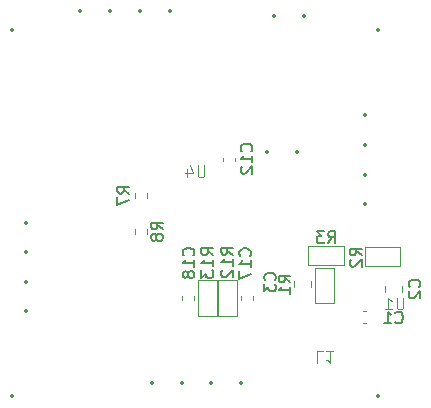
<source format=gbo>
%TF.GenerationSoftware,KiCad,Pcbnew,9.0.2-9.0.2-0~ubuntu22.04.1*%
%TF.CreationDate,2025-05-11T10:39:50+03:00*%
%TF.ProjectId,steper-motor-unit,73746570-6572-42d6-9d6f-746f722d756e,rev?*%
%TF.SameCoordinates,Original*%
%TF.FileFunction,Legend,Bot*%
%TF.FilePolarity,Positive*%
%FSLAX46Y46*%
G04 Gerber Fmt 4.6, Leading zero omitted, Abs format (unit mm)*
G04 Created by KiCad (PCBNEW 9.0.2-9.0.2-0~ubuntu22.04.1) date 2025-05-11 10:39:50*
%MOMM*%
%LPD*%
G01*
G04 APERTURE LIST*
%ADD10C,0.100000*%
%ADD11C,0.150000*%
%ADD12C,0.120000*%
%ADD13C,0.350000*%
G04 APERTURE END LIST*
D10*
X37611904Y12852580D02*
X37611904Y12043057D01*
X37611904Y12043057D02*
X37564285Y11947819D01*
X37564285Y11947819D02*
X37516666Y11900200D01*
X37516666Y11900200D02*
X37421428Y11852580D01*
X37421428Y11852580D02*
X37230952Y11852580D01*
X37230952Y11852580D02*
X37135714Y11900200D01*
X37135714Y11900200D02*
X37088095Y11947819D01*
X37088095Y11947819D02*
X37040476Y12043057D01*
X37040476Y12043057D02*
X37040476Y12852580D01*
X36040476Y11852580D02*
X36611904Y11852580D01*
X36326190Y11852580D02*
X36326190Y12852580D01*
X36326190Y12852580D02*
X36421428Y12709723D01*
X36421428Y12709723D02*
X36516666Y12614485D01*
X36516666Y12614485D02*
X36611904Y12566866D01*
D11*
X26709580Y14326666D02*
X26757200Y14374285D01*
X26757200Y14374285D02*
X26804819Y14517142D01*
X26804819Y14517142D02*
X26804819Y14612380D01*
X26804819Y14612380D02*
X26757200Y14755237D01*
X26757200Y14755237D02*
X26661961Y14850475D01*
X26661961Y14850475D02*
X26566723Y14898094D01*
X26566723Y14898094D02*
X26376247Y14945713D01*
X26376247Y14945713D02*
X26233390Y14945713D01*
X26233390Y14945713D02*
X26042914Y14898094D01*
X26042914Y14898094D02*
X25947676Y14850475D01*
X25947676Y14850475D02*
X25852438Y14755237D01*
X25852438Y14755237D02*
X25804819Y14612380D01*
X25804819Y14612380D02*
X25804819Y14517142D01*
X25804819Y14517142D02*
X25852438Y14374285D01*
X25852438Y14374285D02*
X25900057Y14326666D01*
X25804819Y13993332D02*
X25804819Y13374285D01*
X25804819Y13374285D02*
X26185771Y13707618D01*
X26185771Y13707618D02*
X26185771Y13564761D01*
X26185771Y13564761D02*
X26233390Y13469523D01*
X26233390Y13469523D02*
X26281009Y13421904D01*
X26281009Y13421904D02*
X26376247Y13374285D01*
X26376247Y13374285D02*
X26614342Y13374285D01*
X26614342Y13374285D02*
X26709580Y13421904D01*
X26709580Y13421904D02*
X26757200Y13469523D01*
X26757200Y13469523D02*
X26804819Y13564761D01*
X26804819Y13564761D02*
X26804819Y13850475D01*
X26804819Y13850475D02*
X26757200Y13945713D01*
X26757200Y13945713D02*
X26709580Y13993332D01*
X24729580Y25252857D02*
X24777200Y25300476D01*
X24777200Y25300476D02*
X24824819Y25443333D01*
X24824819Y25443333D02*
X24824819Y25538571D01*
X24824819Y25538571D02*
X24777200Y25681428D01*
X24777200Y25681428D02*
X24681961Y25776666D01*
X24681961Y25776666D02*
X24586723Y25824285D01*
X24586723Y25824285D02*
X24396247Y25871904D01*
X24396247Y25871904D02*
X24253390Y25871904D01*
X24253390Y25871904D02*
X24062914Y25824285D01*
X24062914Y25824285D02*
X23967676Y25776666D01*
X23967676Y25776666D02*
X23872438Y25681428D01*
X23872438Y25681428D02*
X23824819Y25538571D01*
X23824819Y25538571D02*
X23824819Y25443333D01*
X23824819Y25443333D02*
X23872438Y25300476D01*
X23872438Y25300476D02*
X23920057Y25252857D01*
X24824819Y24300476D02*
X24824819Y24871904D01*
X24824819Y24586190D02*
X23824819Y24586190D01*
X23824819Y24586190D02*
X23967676Y24681428D01*
X23967676Y24681428D02*
X24062914Y24776666D01*
X24062914Y24776666D02*
X24110533Y24871904D01*
X23920057Y23919523D02*
X23872438Y23871904D01*
X23872438Y23871904D02*
X23824819Y23776666D01*
X23824819Y23776666D02*
X23824819Y23538571D01*
X23824819Y23538571D02*
X23872438Y23443333D01*
X23872438Y23443333D02*
X23920057Y23395714D01*
X23920057Y23395714D02*
X24015295Y23348095D01*
X24015295Y23348095D02*
X24110533Y23348095D01*
X24110533Y23348095D02*
X24253390Y23395714D01*
X24253390Y23395714D02*
X24824819Y23967142D01*
X24824819Y23967142D02*
X24824819Y23348095D01*
X24619580Y16387857D02*
X24667200Y16435476D01*
X24667200Y16435476D02*
X24714819Y16578333D01*
X24714819Y16578333D02*
X24714819Y16673571D01*
X24714819Y16673571D02*
X24667200Y16816428D01*
X24667200Y16816428D02*
X24571961Y16911666D01*
X24571961Y16911666D02*
X24476723Y16959285D01*
X24476723Y16959285D02*
X24286247Y17006904D01*
X24286247Y17006904D02*
X24143390Y17006904D01*
X24143390Y17006904D02*
X23952914Y16959285D01*
X23952914Y16959285D02*
X23857676Y16911666D01*
X23857676Y16911666D02*
X23762438Y16816428D01*
X23762438Y16816428D02*
X23714819Y16673571D01*
X23714819Y16673571D02*
X23714819Y16578333D01*
X23714819Y16578333D02*
X23762438Y16435476D01*
X23762438Y16435476D02*
X23810057Y16387857D01*
X24714819Y15435476D02*
X24714819Y16006904D01*
X24714819Y15721190D02*
X23714819Y15721190D01*
X23714819Y15721190D02*
X23857676Y15816428D01*
X23857676Y15816428D02*
X23952914Y15911666D01*
X23952914Y15911666D02*
X24000533Y16006904D01*
X23714819Y15102142D02*
X23714819Y14435476D01*
X23714819Y14435476D02*
X24714819Y14864047D01*
D10*
X20761904Y24042580D02*
X20761904Y23233057D01*
X20761904Y23233057D02*
X20714285Y23137819D01*
X20714285Y23137819D02*
X20666666Y23090200D01*
X20666666Y23090200D02*
X20571428Y23042580D01*
X20571428Y23042580D02*
X20380952Y23042580D01*
X20380952Y23042580D02*
X20285714Y23090200D01*
X20285714Y23090200D02*
X20238095Y23137819D01*
X20238095Y23137819D02*
X20190476Y23233057D01*
X20190476Y23233057D02*
X20190476Y24042580D01*
X19285714Y23709247D02*
X19285714Y23042580D01*
X19523809Y24090200D02*
X19761904Y23375914D01*
X19761904Y23375914D02*
X19142857Y23375914D01*
D11*
X28044819Y14146666D02*
X27568628Y14479999D01*
X28044819Y14718094D02*
X27044819Y14718094D01*
X27044819Y14718094D02*
X27044819Y14337142D01*
X27044819Y14337142D02*
X27092438Y14241904D01*
X27092438Y14241904D02*
X27140057Y14194285D01*
X27140057Y14194285D02*
X27235295Y14146666D01*
X27235295Y14146666D02*
X27378152Y14146666D01*
X27378152Y14146666D02*
X27473390Y14194285D01*
X27473390Y14194285D02*
X27521009Y14241904D01*
X27521009Y14241904D02*
X27568628Y14337142D01*
X27568628Y14337142D02*
X27568628Y14718094D01*
X28044819Y13194285D02*
X28044819Y13765713D01*
X28044819Y13479999D02*
X27044819Y13479999D01*
X27044819Y13479999D02*
X27187676Y13575237D01*
X27187676Y13575237D02*
X27282914Y13670475D01*
X27282914Y13670475D02*
X27330533Y13765713D01*
D10*
X30803333Y8287419D02*
X30327143Y8287419D01*
X30327143Y8287419D02*
X30327143Y7287419D01*
X31660476Y8287419D02*
X31089048Y8287419D01*
X31374762Y8287419D02*
X31374762Y7287419D01*
X31374762Y7287419D02*
X31279524Y7430276D01*
X31279524Y7430276D02*
X31184286Y7525514D01*
X31184286Y7525514D02*
X31089048Y7573133D01*
D11*
X38949580Y13756666D02*
X38997200Y13804285D01*
X38997200Y13804285D02*
X39044819Y13947142D01*
X39044819Y13947142D02*
X39044819Y14042380D01*
X39044819Y14042380D02*
X38997200Y14185237D01*
X38997200Y14185237D02*
X38901961Y14280475D01*
X38901961Y14280475D02*
X38806723Y14328094D01*
X38806723Y14328094D02*
X38616247Y14375713D01*
X38616247Y14375713D02*
X38473390Y14375713D01*
X38473390Y14375713D02*
X38282914Y14328094D01*
X38282914Y14328094D02*
X38187676Y14280475D01*
X38187676Y14280475D02*
X38092438Y14185237D01*
X38092438Y14185237D02*
X38044819Y14042380D01*
X38044819Y14042380D02*
X38044819Y13947142D01*
X38044819Y13947142D02*
X38092438Y13804285D01*
X38092438Y13804285D02*
X38140057Y13756666D01*
X38140057Y13375713D02*
X38092438Y13328094D01*
X38092438Y13328094D02*
X38044819Y13232856D01*
X38044819Y13232856D02*
X38044819Y12994761D01*
X38044819Y12994761D02*
X38092438Y12899523D01*
X38092438Y12899523D02*
X38140057Y12851904D01*
X38140057Y12851904D02*
X38235295Y12804285D01*
X38235295Y12804285D02*
X38330533Y12804285D01*
X38330533Y12804285D02*
X38473390Y12851904D01*
X38473390Y12851904D02*
X39044819Y13423332D01*
X39044819Y13423332D02*
X39044819Y12804285D01*
X19819580Y16417857D02*
X19867200Y16465476D01*
X19867200Y16465476D02*
X19914819Y16608333D01*
X19914819Y16608333D02*
X19914819Y16703571D01*
X19914819Y16703571D02*
X19867200Y16846428D01*
X19867200Y16846428D02*
X19771961Y16941666D01*
X19771961Y16941666D02*
X19676723Y16989285D01*
X19676723Y16989285D02*
X19486247Y17036904D01*
X19486247Y17036904D02*
X19343390Y17036904D01*
X19343390Y17036904D02*
X19152914Y16989285D01*
X19152914Y16989285D02*
X19057676Y16941666D01*
X19057676Y16941666D02*
X18962438Y16846428D01*
X18962438Y16846428D02*
X18914819Y16703571D01*
X18914819Y16703571D02*
X18914819Y16608333D01*
X18914819Y16608333D02*
X18962438Y16465476D01*
X18962438Y16465476D02*
X19010057Y16417857D01*
X19914819Y15465476D02*
X19914819Y16036904D01*
X19914819Y15751190D02*
X18914819Y15751190D01*
X18914819Y15751190D02*
X19057676Y15846428D01*
X19057676Y15846428D02*
X19152914Y15941666D01*
X19152914Y15941666D02*
X19200533Y16036904D01*
X19343390Y14894047D02*
X19295771Y14989285D01*
X19295771Y14989285D02*
X19248152Y15036904D01*
X19248152Y15036904D02*
X19152914Y15084523D01*
X19152914Y15084523D02*
X19105295Y15084523D01*
X19105295Y15084523D02*
X19010057Y15036904D01*
X19010057Y15036904D02*
X18962438Y14989285D01*
X18962438Y14989285D02*
X18914819Y14894047D01*
X18914819Y14894047D02*
X18914819Y14703571D01*
X18914819Y14703571D02*
X18962438Y14608333D01*
X18962438Y14608333D02*
X19010057Y14560714D01*
X19010057Y14560714D02*
X19105295Y14513095D01*
X19105295Y14513095D02*
X19152914Y14513095D01*
X19152914Y14513095D02*
X19248152Y14560714D01*
X19248152Y14560714D02*
X19295771Y14608333D01*
X19295771Y14608333D02*
X19343390Y14703571D01*
X19343390Y14703571D02*
X19343390Y14894047D01*
X19343390Y14894047D02*
X19391009Y14989285D01*
X19391009Y14989285D02*
X19438628Y15036904D01*
X19438628Y15036904D02*
X19533866Y15084523D01*
X19533866Y15084523D02*
X19724342Y15084523D01*
X19724342Y15084523D02*
X19819580Y15036904D01*
X19819580Y15036904D02*
X19867200Y14989285D01*
X19867200Y14989285D02*
X19914819Y14894047D01*
X19914819Y14894047D02*
X19914819Y14703571D01*
X19914819Y14703571D02*
X19867200Y14608333D01*
X19867200Y14608333D02*
X19819580Y14560714D01*
X19819580Y14560714D02*
X19724342Y14513095D01*
X19724342Y14513095D02*
X19533866Y14513095D01*
X19533866Y14513095D02*
X19438628Y14560714D01*
X19438628Y14560714D02*
X19391009Y14608333D01*
X19391009Y14608333D02*
X19343390Y14703571D01*
X23184819Y16487857D02*
X22708628Y16821190D01*
X23184819Y17059285D02*
X22184819Y17059285D01*
X22184819Y17059285D02*
X22184819Y16678333D01*
X22184819Y16678333D02*
X22232438Y16583095D01*
X22232438Y16583095D02*
X22280057Y16535476D01*
X22280057Y16535476D02*
X22375295Y16487857D01*
X22375295Y16487857D02*
X22518152Y16487857D01*
X22518152Y16487857D02*
X22613390Y16535476D01*
X22613390Y16535476D02*
X22661009Y16583095D01*
X22661009Y16583095D02*
X22708628Y16678333D01*
X22708628Y16678333D02*
X22708628Y17059285D01*
X23184819Y15535476D02*
X23184819Y16106904D01*
X23184819Y15821190D02*
X22184819Y15821190D01*
X22184819Y15821190D02*
X22327676Y15916428D01*
X22327676Y15916428D02*
X22422914Y16011666D01*
X22422914Y16011666D02*
X22470533Y16106904D01*
X22280057Y15154523D02*
X22232438Y15106904D01*
X22232438Y15106904D02*
X22184819Y15011666D01*
X22184819Y15011666D02*
X22184819Y14773571D01*
X22184819Y14773571D02*
X22232438Y14678333D01*
X22232438Y14678333D02*
X22280057Y14630714D01*
X22280057Y14630714D02*
X22375295Y14583095D01*
X22375295Y14583095D02*
X22470533Y14583095D01*
X22470533Y14583095D02*
X22613390Y14630714D01*
X22613390Y14630714D02*
X23184819Y15202142D01*
X23184819Y15202142D02*
X23184819Y14583095D01*
X21504819Y16442857D02*
X21028628Y16776190D01*
X21504819Y17014285D02*
X20504819Y17014285D01*
X20504819Y17014285D02*
X20504819Y16633333D01*
X20504819Y16633333D02*
X20552438Y16538095D01*
X20552438Y16538095D02*
X20600057Y16490476D01*
X20600057Y16490476D02*
X20695295Y16442857D01*
X20695295Y16442857D02*
X20838152Y16442857D01*
X20838152Y16442857D02*
X20933390Y16490476D01*
X20933390Y16490476D02*
X20981009Y16538095D01*
X20981009Y16538095D02*
X21028628Y16633333D01*
X21028628Y16633333D02*
X21028628Y17014285D01*
X21504819Y15490476D02*
X21504819Y16061904D01*
X21504819Y15776190D02*
X20504819Y15776190D01*
X20504819Y15776190D02*
X20647676Y15871428D01*
X20647676Y15871428D02*
X20742914Y15966666D01*
X20742914Y15966666D02*
X20790533Y16061904D01*
X20504819Y15157142D02*
X20504819Y14538095D01*
X20504819Y14538095D02*
X20885771Y14871428D01*
X20885771Y14871428D02*
X20885771Y14728571D01*
X20885771Y14728571D02*
X20933390Y14633333D01*
X20933390Y14633333D02*
X20981009Y14585714D01*
X20981009Y14585714D02*
X21076247Y14538095D01*
X21076247Y14538095D02*
X21314342Y14538095D01*
X21314342Y14538095D02*
X21409580Y14585714D01*
X21409580Y14585714D02*
X21457200Y14633333D01*
X21457200Y14633333D02*
X21504819Y14728571D01*
X21504819Y14728571D02*
X21504819Y15014285D01*
X21504819Y15014285D02*
X21457200Y15109523D01*
X21457200Y15109523D02*
X21409580Y15157142D01*
X36936666Y10760419D02*
X36984285Y10712800D01*
X36984285Y10712800D02*
X37127142Y10665180D01*
X37127142Y10665180D02*
X37222380Y10665180D01*
X37222380Y10665180D02*
X37365237Y10712800D01*
X37365237Y10712800D02*
X37460475Y10808038D01*
X37460475Y10808038D02*
X37508094Y10903276D01*
X37508094Y10903276D02*
X37555713Y11093752D01*
X37555713Y11093752D02*
X37555713Y11236609D01*
X37555713Y11236609D02*
X37508094Y11427085D01*
X37508094Y11427085D02*
X37460475Y11522323D01*
X37460475Y11522323D02*
X37365237Y11617561D01*
X37365237Y11617561D02*
X37222380Y11665180D01*
X37222380Y11665180D02*
X37127142Y11665180D01*
X37127142Y11665180D02*
X36984285Y11617561D01*
X36984285Y11617561D02*
X36936666Y11569942D01*
X35984285Y10665180D02*
X36555713Y10665180D01*
X36269999Y10665180D02*
X36269999Y11665180D01*
X36269999Y11665180D02*
X36365237Y11522323D01*
X36365237Y11522323D02*
X36460475Y11427085D01*
X36460475Y11427085D02*
X36555713Y11379466D01*
X14394819Y21656666D02*
X13918628Y21989999D01*
X14394819Y22228094D02*
X13394819Y22228094D01*
X13394819Y22228094D02*
X13394819Y21847142D01*
X13394819Y21847142D02*
X13442438Y21751904D01*
X13442438Y21751904D02*
X13490057Y21704285D01*
X13490057Y21704285D02*
X13585295Y21656666D01*
X13585295Y21656666D02*
X13728152Y21656666D01*
X13728152Y21656666D02*
X13823390Y21704285D01*
X13823390Y21704285D02*
X13871009Y21751904D01*
X13871009Y21751904D02*
X13918628Y21847142D01*
X13918628Y21847142D02*
X13918628Y22228094D01*
X13394819Y21323332D02*
X13394819Y20656666D01*
X13394819Y20656666D02*
X14394819Y21085237D01*
X17254819Y18621666D02*
X16778628Y18954999D01*
X17254819Y19193094D02*
X16254819Y19193094D01*
X16254819Y19193094D02*
X16254819Y18812142D01*
X16254819Y18812142D02*
X16302438Y18716904D01*
X16302438Y18716904D02*
X16350057Y18669285D01*
X16350057Y18669285D02*
X16445295Y18621666D01*
X16445295Y18621666D02*
X16588152Y18621666D01*
X16588152Y18621666D02*
X16683390Y18669285D01*
X16683390Y18669285D02*
X16731009Y18716904D01*
X16731009Y18716904D02*
X16778628Y18812142D01*
X16778628Y18812142D02*
X16778628Y19193094D01*
X16683390Y18050237D02*
X16635771Y18145475D01*
X16635771Y18145475D02*
X16588152Y18193094D01*
X16588152Y18193094D02*
X16492914Y18240713D01*
X16492914Y18240713D02*
X16445295Y18240713D01*
X16445295Y18240713D02*
X16350057Y18193094D01*
X16350057Y18193094D02*
X16302438Y18145475D01*
X16302438Y18145475D02*
X16254819Y18050237D01*
X16254819Y18050237D02*
X16254819Y17859761D01*
X16254819Y17859761D02*
X16302438Y17764523D01*
X16302438Y17764523D02*
X16350057Y17716904D01*
X16350057Y17716904D02*
X16445295Y17669285D01*
X16445295Y17669285D02*
X16492914Y17669285D01*
X16492914Y17669285D02*
X16588152Y17716904D01*
X16588152Y17716904D02*
X16635771Y17764523D01*
X16635771Y17764523D02*
X16683390Y17859761D01*
X16683390Y17859761D02*
X16683390Y18050237D01*
X16683390Y18050237D02*
X16731009Y18145475D01*
X16731009Y18145475D02*
X16778628Y18193094D01*
X16778628Y18193094D02*
X16873866Y18240713D01*
X16873866Y18240713D02*
X17064342Y18240713D01*
X17064342Y18240713D02*
X17159580Y18193094D01*
X17159580Y18193094D02*
X17207200Y18145475D01*
X17207200Y18145475D02*
X17254819Y18050237D01*
X17254819Y18050237D02*
X17254819Y17859761D01*
X17254819Y17859761D02*
X17207200Y17764523D01*
X17207200Y17764523D02*
X17159580Y17716904D01*
X17159580Y17716904D02*
X17064342Y17669285D01*
X17064342Y17669285D02*
X16873866Y17669285D01*
X16873866Y17669285D02*
X16778628Y17716904D01*
X16778628Y17716904D02*
X16731009Y17764523D01*
X16731009Y17764523D02*
X16683390Y17859761D01*
X34074819Y16426666D02*
X33598628Y16759999D01*
X34074819Y16998094D02*
X33074819Y16998094D01*
X33074819Y16998094D02*
X33074819Y16617142D01*
X33074819Y16617142D02*
X33122438Y16521904D01*
X33122438Y16521904D02*
X33170057Y16474285D01*
X33170057Y16474285D02*
X33265295Y16426666D01*
X33265295Y16426666D02*
X33408152Y16426666D01*
X33408152Y16426666D02*
X33503390Y16474285D01*
X33503390Y16474285D02*
X33551009Y16521904D01*
X33551009Y16521904D02*
X33598628Y16617142D01*
X33598628Y16617142D02*
X33598628Y16998094D01*
X33170057Y16045713D02*
X33122438Y15998094D01*
X33122438Y15998094D02*
X33074819Y15902856D01*
X33074819Y15902856D02*
X33074819Y15664761D01*
X33074819Y15664761D02*
X33122438Y15569523D01*
X33122438Y15569523D02*
X33170057Y15521904D01*
X33170057Y15521904D02*
X33265295Y15474285D01*
X33265295Y15474285D02*
X33360533Y15474285D01*
X33360533Y15474285D02*
X33503390Y15521904D01*
X33503390Y15521904D02*
X34074819Y16093332D01*
X34074819Y16093332D02*
X34074819Y15474285D01*
X31231666Y17465180D02*
X31564999Y17941371D01*
X31803094Y17465180D02*
X31803094Y18465180D01*
X31803094Y18465180D02*
X31422142Y18465180D01*
X31422142Y18465180D02*
X31326904Y18417561D01*
X31326904Y18417561D02*
X31279285Y18369942D01*
X31279285Y18369942D02*
X31231666Y18274704D01*
X31231666Y18274704D02*
X31231666Y18131847D01*
X31231666Y18131847D02*
X31279285Y18036609D01*
X31279285Y18036609D02*
X31326904Y17988990D01*
X31326904Y17988990D02*
X31422142Y17941371D01*
X31422142Y17941371D02*
X31803094Y17941371D01*
X30898332Y18465180D02*
X30279285Y18465180D01*
X30279285Y18465180D02*
X30612618Y18084228D01*
X30612618Y18084228D02*
X30469761Y18084228D01*
X30469761Y18084228D02*
X30374523Y18036609D01*
X30374523Y18036609D02*
X30326904Y17988990D01*
X30326904Y17988990D02*
X30279285Y17893752D01*
X30279285Y17893752D02*
X30279285Y17655657D01*
X30279285Y17655657D02*
X30326904Y17560419D01*
X30326904Y17560419D02*
X30374523Y17512800D01*
X30374523Y17512800D02*
X30469761Y17465180D01*
X30469761Y17465180D02*
X30755475Y17465180D01*
X30755475Y17465180D02*
X30850713Y17512800D01*
X30850713Y17512800D02*
X30898332Y17560419D01*
D12*
%TO.C,C3*%
X28315000Y13708748D02*
X28315000Y14231252D01*
X29785000Y13708748D02*
X29785000Y14231252D01*
%TO.C,C12*%
X22310000Y24419420D02*
X22310000Y24700580D01*
X23330000Y24419420D02*
X23330000Y24700580D01*
%TO.C,C17*%
X23830000Y12955580D02*
X23830000Y12674420D01*
X24850000Y12955580D02*
X24850000Y12674420D01*
%TO.C,R1*%
X30150000Y15385000D02*
X31750000Y15385000D01*
X30150000Y12385000D02*
X30150000Y15385000D01*
X31750000Y15385000D02*
X31750000Y12385000D01*
X31750000Y12385000D02*
X30150000Y12385000D01*
%TO.C,C2*%
X36045000Y13871252D02*
X36045000Y13348748D01*
X37515000Y13871252D02*
X37515000Y13348748D01*
%TO.C,C18*%
X18890000Y12945580D02*
X18890000Y12664420D01*
X19910000Y12945580D02*
X19910000Y12664420D01*
%TO.C,R12*%
X21930000Y14320000D02*
X23530000Y14320000D01*
X21930000Y11320000D02*
X21930000Y14320000D01*
X23530000Y14320000D02*
X23530000Y11320000D01*
X23530000Y11320000D02*
X21930000Y11320000D01*
%TO.C,R13*%
X20210000Y14320000D02*
X21810000Y14320000D01*
X20210000Y11320000D02*
X20210000Y14320000D01*
X21810000Y14320000D02*
X21810000Y11320000D01*
X21810000Y11320000D02*
X20210000Y11320000D01*
%TO.C,C1*%
X34440580Y11740000D02*
X34159420Y11740000D01*
X34440580Y10720000D02*
X34159420Y10720000D01*
%TO.C,R7*%
X14847500Y21727258D02*
X14847500Y21252742D01*
X15892500Y21727258D02*
X15892500Y21252742D01*
%TO.C,R8*%
X14847500Y18217742D02*
X14847500Y18692258D01*
X15892500Y18217742D02*
X15892500Y18692258D01*
%TO.C,R2*%
X34350000Y17120000D02*
X37350000Y17120000D01*
X34350000Y15520000D02*
X34350000Y17120000D01*
X37350000Y17120000D02*
X37350000Y15520000D01*
X37350000Y15520000D02*
X34350000Y15520000D01*
%TO.C,R3*%
X29565000Y17220000D02*
X32565000Y17220000D01*
X29565000Y15620000D02*
X29565000Y17220000D01*
X32565000Y17220000D02*
X32565000Y15620000D01*
X32565000Y15620000D02*
X29565000Y15620000D01*
%TD*%
D13*
X5660000Y11700000D03*
X5660000Y14200000D03*
X5660000Y16700000D03*
X5660000Y19200000D03*
X4500000Y4500000D03*
X34360000Y28270000D03*
X34360000Y25770000D03*
X34360000Y23270000D03*
X34360000Y20770000D03*
X28590000Y25215000D03*
X26050000Y25215000D03*
X35500000Y4500000D03*
X4500000Y35500000D03*
X26675000Y36700000D03*
X29215000Y36700000D03*
X23830000Y5632500D03*
X21330000Y5632500D03*
X18830000Y5632500D03*
X16330000Y5632500D03*
X10190000Y37100000D03*
X12730000Y37100000D03*
X15270000Y37100000D03*
X17810000Y37100000D03*
X35500000Y35500000D03*
M02*

</source>
